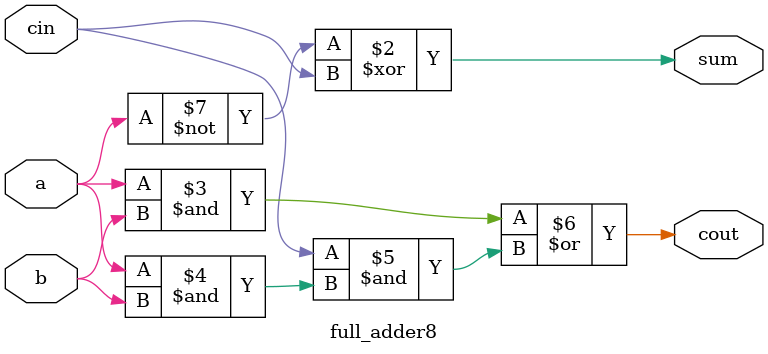
<source format=v>
module full_adder8(a,b,cin,sum,cout);
input a,b,cin;
output sum,cout;
assign sum = a^1'b1^cin;
assign cout = a&b|cin&(a&b); 
// initial begin
//     $display("The incorrect adder with xor0 having in2/1");
// end   
endmodule
</source>
